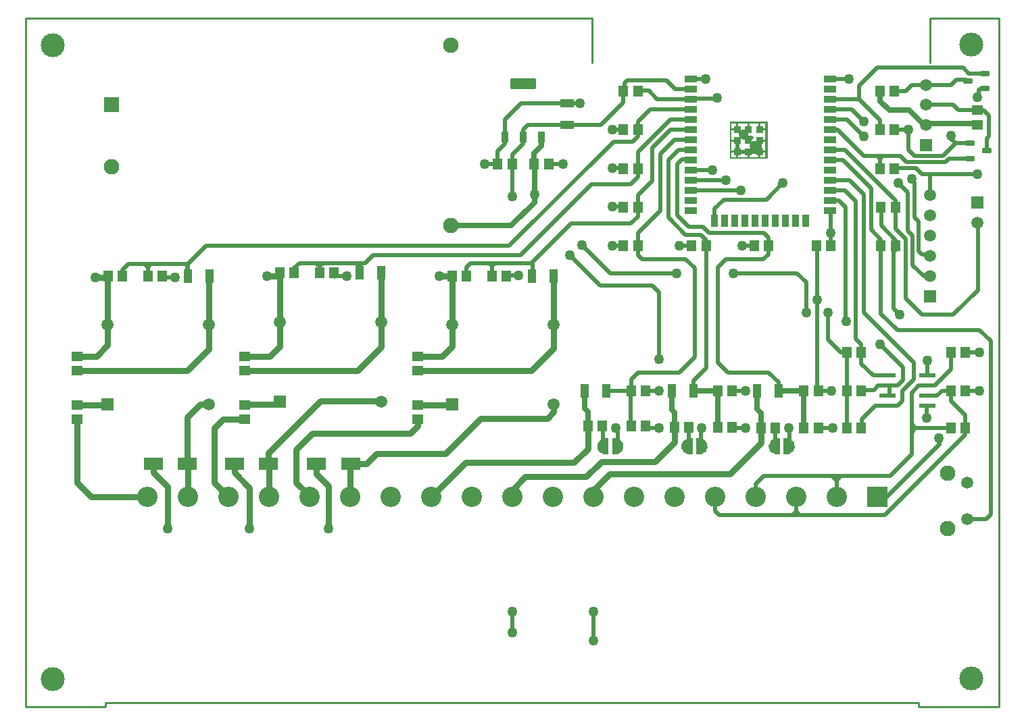
<source format=gtl>
G04*
G04 #@! TF.GenerationSoftware,Altium Limited,Altium Designer,20.0.2 (26)*
G04*
G04 Layer_Physical_Order=1*
G04 Layer_Color=255*
%FSLAX25Y25*%
%MOIN*%
G70*
G01*
G75*
%ADD11C,0.01000*%
%ADD37C,0.03937*%
G04:AMPARAMS|DCode=38|XSize=48.42mil|YSize=23.62mil|CornerRadius=2.95mil|HoleSize=0mil|Usage=FLASHONLY|Rotation=0.000|XOffset=0mil|YOffset=0mil|HoleType=Round|Shape=RoundedRectangle|*
%AMROUNDEDRECTD38*
21,1,0.04842,0.01772,0,0,0.0*
21,1,0.04252,0.02362,0,0,0.0*
1,1,0.00591,0.02126,-0.00886*
1,1,0.00591,-0.02126,-0.00886*
1,1,0.00591,-0.02126,0.00886*
1,1,0.00591,0.02126,0.00886*
%
%ADD38ROUNDEDRECTD38*%
G04:AMPARAMS|DCode=39|XSize=77.56mil|YSize=23.23mil|CornerRadius=2.9mil|HoleSize=0mil|Usage=FLASHONLY|Rotation=0.000|XOffset=0mil|YOffset=0mil|HoleType=Round|Shape=RoundedRectangle|*
%AMROUNDEDRECTD39*
21,1,0.07756,0.01742,0,0,0.0*
21,1,0.07175,0.02323,0,0,0.0*
1,1,0.00581,0.03588,-0.00871*
1,1,0.00581,-0.03588,-0.00871*
1,1,0.00581,-0.03588,0.00871*
1,1,0.00581,0.03588,0.00871*
%
%ADD39ROUNDEDRECTD39*%
%ADD40R,0.03543X0.03543*%
%ADD41R,0.03543X0.05906*%
%ADD42R,0.05906X0.03543*%
%ADD43R,0.06693X0.04331*%
G04:AMPARAMS|DCode=44|XSize=51.58mil|YSize=127.56mil|CornerRadius=3.87mil|HoleSize=0mil|Usage=FLASHONLY|Rotation=90.000|XOffset=0mil|YOffset=0mil|HoleType=Round|Shape=RoundedRectangle|*
%AMROUNDEDRECTD44*
21,1,0.05158,0.11982,0,0,90.0*
21,1,0.04384,0.12756,0,0,90.0*
1,1,0.00774,0.05991,0.02192*
1,1,0.00774,0.05991,-0.02192*
1,1,0.00774,-0.05991,-0.02192*
1,1,0.00774,-0.05991,0.02192*
%
%ADD44ROUNDEDRECTD44*%
G04:AMPARAMS|DCode=45|XSize=51.58mil|YSize=36.61mil|CornerRadius=2.75mil|HoleSize=0mil|Usage=FLASHONLY|Rotation=90.000|XOffset=0mil|YOffset=0mil|HoleType=Round|Shape=RoundedRectangle|*
%AMROUNDEDRECTD45*
21,1,0.05158,0.03112,0,0,90.0*
21,1,0.04608,0.03661,0,0,90.0*
1,1,0.00549,0.01556,0.02304*
1,1,0.00549,0.01556,-0.02304*
1,1,0.00549,-0.01556,-0.02304*
1,1,0.00549,-0.01556,0.02304*
%
%ADD45ROUNDEDRECTD45*%
%ADD46C,0.03000*%
%ADD47R,0.09173X0.06142*%
%ADD48R,0.05512X0.04724*%
%ADD49R,0.04724X0.05512*%
%ADD50R,0.04331X0.06693*%
%ADD51C,0.02000*%
%ADD52C,0.02362*%
%ADD53C,0.02500*%
%ADD54C,0.03150*%
%ADD55C,0.02953*%
%ADD56R,0.01968X0.07874*%
%ADD57R,0.01968X0.03937*%
%ADD58C,0.05937*%
%ADD59R,0.05937X0.05937*%
%ADD60R,0.05906X0.05906*%
%ADD61C,0.05906*%
%ADD62C,0.10039*%
%ADD63R,0.10039X0.10039*%
%ADD64C,0.07677*%
%ADD65R,0.07677X0.07677*%
%ADD66C,0.05898*%
%ADD67C,0.11811*%
%ADD68C,0.05000*%
G36*
X354604Y349800D02*
X354600D01*
X354500Y349900D01*
X354604Y349800D01*
D02*
G37*
G36*
X357200Y347300D02*
X354604Y349800D01*
X359700D01*
X357200Y347300D01*
D02*
G37*
G36*
X288414Y350000D02*
X294500D01*
X291500Y347300D01*
X288414Y350000D01*
X288400D01*
X288300Y350100D01*
X288414Y350000D01*
D02*
G37*
G36*
X272200Y347200D02*
X268500Y350000D01*
X275500Y350000D01*
X272200Y347200D01*
D02*
G37*
G36*
X187500Y346250D02*
X184631Y349600D01*
X190231D01*
X187500Y346250D01*
D02*
G37*
G36*
X503000Y226000D02*
D01*
D02*
G37*
G36*
X507000Y228500D02*
X504000Y226000D01*
X510000D01*
X507000Y228500D01*
D02*
G37*
G36*
X360200Y349800D02*
D01*
D02*
G37*
G36*
X493000Y401500D02*
X474500D01*
Y420000D01*
X493000D01*
Y401500D01*
D02*
G37*
G36*
X527000Y241400D02*
X530600Y245000D01*
X523500D01*
X527000Y241400D01*
D02*
G37*
G36*
X566850Y268600D02*
X564350Y264800D01*
Y272400D01*
X566850Y268600D01*
D02*
G37*
G36*
X548500Y400500D02*
X551600Y402700D01*
X545500D01*
X548500Y400500D01*
D02*
G37*
G36*
X552000Y403500D02*
D01*
D02*
G37*
%LPC*%
G36*
X491827Y418890D02*
X489555D01*
Y416618D01*
X491827D01*
Y418890D01*
D02*
G37*
G36*
X477531D02*
X475260D01*
Y416618D01*
X477531D01*
Y418890D01*
D02*
G37*
G36*
X488555D02*
X484043D01*
Y416118D01*
X483043D01*
Y418890D01*
X478532D01*
Y416118D01*
X478031D01*
Y415618D01*
X475260D01*
Y413346D01*
Y411106D01*
X478031D01*
Y410106D01*
X475260D01*
Y407835D01*
Y405594D01*
X478031D01*
Y405094D01*
X478532D01*
Y402323D01*
X483043D01*
Y405094D01*
X484043D01*
Y402323D01*
X488555D01*
Y405094D01*
X489055D01*
Y405594D01*
X491827D01*
Y407835D01*
Y410106D01*
X489055D01*
Y411106D01*
X491827D01*
Y413346D01*
Y415618D01*
X489055D01*
Y416118D01*
X488555D01*
Y418890D01*
D02*
G37*
G36*
X491827Y404595D02*
X489555D01*
Y402323D01*
X491827D01*
Y404595D01*
D02*
G37*
G36*
X477531D02*
X475260D01*
Y402323D01*
X477531D01*
Y404595D01*
D02*
G37*
%LPD*%
D11*
X127000Y131000D02*
X166500D01*
Y133000D01*
X567500D01*
Y131000D02*
Y133000D01*
Y131000D02*
X607000D01*
X607000Y471000D02*
X607000Y131000D01*
X573000Y471000D02*
X607000D01*
X573000Y449000D02*
Y471000D01*
X406500Y449000D02*
Y471000D01*
X127000D02*
X406500D01*
X127000D02*
X127000Y131000D01*
D37*
X454039Y261430D02*
G03*
X453143Y260994I386J-1930D01*
G01*
D02*
G03*
X454039Y257570I1282J-1494D01*
G01*
X459929D02*
G03*
X460691Y261099I-386J1930D01*
G01*
D02*
G03*
X459929Y261430I-1148J-1599D01*
G01*
X503309Y261314D02*
G03*
X502929Y261430I-765J-1814D01*
G01*
Y257570D02*
G03*
X503309Y261314I-386J1930D01*
G01*
X495457Y259500D02*
G03*
X497039Y257570I1969J0D01*
G01*
X496243Y261074D02*
G03*
X495457Y259500I1182J-1574D01*
G01*
X497039Y261430D02*
G03*
X496243Y261074I386J-1930D01*
G01*
X419000Y261220D02*
G03*
X418429Y261430I-957J-1720D01*
G01*
Y257570D02*
G03*
X419000Y261220I-386J1930D01*
G01*
X411722Y261058D02*
G03*
X412539Y257570I1204J-1558D01*
G01*
Y261430D02*
G03*
X411722Y261058I386J-1930D01*
G01*
D38*
X592827Y409240D02*
D03*
X601173Y405500D02*
D03*
X592827Y401760D02*
D03*
X600173Y436260D02*
D03*
X591827Y440000D02*
D03*
X600173Y443740D02*
D03*
D39*
X552256Y294500D02*
D03*
Y289500D02*
D03*
Y284500D02*
D03*
Y279500D02*
D03*
X571744D02*
D03*
Y284500D02*
D03*
Y289500D02*
D03*
Y294500D02*
D03*
D40*
X489055Y416118D02*
D03*
X483543D02*
D03*
X478031D02*
D03*
Y410606D02*
D03*
Y405094D02*
D03*
X483543D02*
D03*
X489055D02*
D03*
Y410606D02*
D03*
X483543D02*
D03*
D41*
X466949Y371079D02*
D03*
X471949D02*
D03*
X476949D02*
D03*
X481949D02*
D03*
X486949D02*
D03*
X491949D02*
D03*
X496949D02*
D03*
X501949D02*
D03*
X506949D02*
D03*
X511949D02*
D03*
D42*
X523898Y441000D02*
D03*
Y436000D02*
D03*
Y431000D02*
D03*
Y426000D02*
D03*
Y421000D02*
D03*
Y416000D02*
D03*
Y411000D02*
D03*
Y406000D02*
D03*
Y401000D02*
D03*
Y396000D02*
D03*
Y391000D02*
D03*
Y386000D02*
D03*
Y381000D02*
D03*
Y376000D02*
D03*
X455000D02*
D03*
Y381000D02*
D03*
Y386000D02*
D03*
Y391000D02*
D03*
Y396000D02*
D03*
Y401000D02*
D03*
Y406000D02*
D03*
Y411000D02*
D03*
Y416000D02*
D03*
Y421000D02*
D03*
Y426000D02*
D03*
Y431000D02*
D03*
Y436000D02*
D03*
Y441000D02*
D03*
D43*
X394000Y418185D02*
D03*
Y428815D02*
D03*
D44*
X372500Y438580D02*
D03*
D45*
X381516Y412241D02*
D03*
X372500D02*
D03*
X363484D02*
D03*
D46*
X453400Y259500D02*
D03*
X460500D02*
D03*
X503500D02*
D03*
X496400D02*
D03*
X419000D02*
D03*
X411900D02*
D03*
D47*
X270575Y251000D02*
D03*
X287425D02*
D03*
X206925D02*
D03*
X190075D02*
D03*
X246925D02*
D03*
X230075D02*
D03*
D48*
X596500Y418457D02*
D03*
Y425543D02*
D03*
X152500Y296957D02*
D03*
Y304043D02*
D03*
Y280043D02*
D03*
Y272957D02*
D03*
X320500Y280043D02*
D03*
Y272957D02*
D03*
X320500Y296957D02*
D03*
Y304043D02*
D03*
X235000Y296957D02*
D03*
Y304043D02*
D03*
X235000Y280043D02*
D03*
Y272957D02*
D03*
D49*
X548457Y396750D02*
D03*
X555543D02*
D03*
X421957Y435000D02*
D03*
X429043D02*
D03*
X556043Y377625D02*
D03*
X548957D02*
D03*
X556043Y358500D02*
D03*
X548957D02*
D03*
X555543Y415875D02*
D03*
X548457D02*
D03*
X548457Y435000D02*
D03*
X555543D02*
D03*
X517065Y358500D02*
D03*
X524152D02*
D03*
X429043Y358500D02*
D03*
X421957D02*
D03*
X462722D02*
D03*
X455635D02*
D03*
X493437D02*
D03*
X486350D02*
D03*
X429043Y377625D02*
D03*
X421957D02*
D03*
X429043Y415875D02*
D03*
X421957D02*
D03*
X385043Y399000D02*
D03*
X377957D02*
D03*
X359957Y399000D02*
D03*
X367043D02*
D03*
X468357Y269013D02*
D03*
X475443D02*
D03*
X518043Y287000D02*
D03*
X510957D02*
D03*
X432843D02*
D03*
X425757D02*
D03*
X510957Y268513D02*
D03*
X518043D02*
D03*
X489657D02*
D03*
X496743D02*
D03*
X475443Y287000D02*
D03*
X468357D02*
D03*
X454143Y269013D02*
D03*
X447057D02*
D03*
X425757Y269513D02*
D03*
X432843D02*
D03*
X404457D02*
D03*
X411543D02*
D03*
X364256Y343500D02*
D03*
X357169D02*
D03*
X344543D02*
D03*
X337457D02*
D03*
X429043Y396750D02*
D03*
X421957D02*
D03*
X532082Y306000D02*
D03*
X539168D02*
D03*
X532082Y287000D02*
D03*
X539168D02*
D03*
X532082Y268500D02*
D03*
X539168D02*
D03*
X583500Y306000D02*
D03*
X590587D02*
D03*
X590587Y287000D02*
D03*
X583500D02*
D03*
Y268500D02*
D03*
X590587D02*
D03*
X279256Y345152D02*
D03*
X272169D02*
D03*
X259543D02*
D03*
X252457D02*
D03*
X194587Y343652D02*
D03*
X187500D02*
D03*
X167787D02*
D03*
X174874D02*
D03*
D50*
X413315Y287000D02*
D03*
X402685D02*
D03*
X456545D02*
D03*
X445915D02*
D03*
X498315D02*
D03*
X487685D02*
D03*
X376685Y343500D02*
D03*
X387315D02*
D03*
X291685Y345152D02*
D03*
X302315D02*
D03*
X207016Y343652D02*
D03*
X217646D02*
D03*
D51*
X481000Y412000D02*
X485250D01*
X489055Y405094D02*
Y410606D01*
X483543Y405094D02*
X489055D01*
X590587Y307000D02*
X591587Y306000D01*
X550868Y225500D02*
X590587Y265219D01*
X564100Y268500D02*
X583500D01*
X564000Y268600D02*
X564100Y268500D01*
X564000Y268600D02*
Y286000D01*
Y255500D02*
Y268600D01*
X553500Y245000D02*
X564000Y255500D01*
X527000Y245000D02*
X553500D01*
X591500Y223642D02*
X600642D01*
X597500Y317000D02*
X603000Y311500D01*
Y226000D02*
Y311500D01*
X600642Y223642D02*
X603000Y226000D01*
X597500Y287000D02*
X597500Y287000D01*
X590587Y287000D02*
X597500D01*
X596753Y336753D02*
Y370747D01*
X584500Y324500D02*
X596753Y336753D01*
X517500Y332000D02*
Y337000D01*
Y289543D02*
Y332000D01*
X596337Y432163D02*
X597074Y432901D01*
X555000Y355543D02*
X557000Y357543D01*
X517000Y357565D02*
X517500Y358065D01*
X517000Y288043D02*
X517500Y288543D01*
X555000Y327500D02*
Y355543D01*
Y327500D02*
X558000Y324500D01*
X556043Y358500D02*
X557000Y357543D01*
X532269Y287937D02*
Y306813D01*
Y268688D02*
Y287562D01*
Y268688D02*
X532457Y268500D01*
X447000Y345000D02*
X448000Y346000D01*
X556043Y358500D02*
Y361457D01*
X549000Y368500D02*
X556043Y361457D01*
X549000Y368500D02*
Y377582D01*
X548957Y358500D02*
Y361543D01*
X544000Y366500D02*
X548957Y361543D01*
X544000Y366500D02*
Y387000D01*
X592260Y443740D02*
X600173D01*
X597508Y436079D02*
X599992D01*
X597074Y432901D02*
Y435645D01*
X597508Y436079D01*
X599992D02*
X600173Y436260D01*
X601173Y405500D02*
Y411673D01*
X602000Y412500D01*
X587000Y425500D02*
X599500D01*
X602000Y423000D01*
Y412500D02*
Y423000D01*
X583574Y411426D02*
Y412959D01*
X583430Y413103D02*
X583574Y412959D01*
Y411426D02*
X585760Y409240D01*
X586000Y440500D02*
X590827D01*
X583500Y438000D02*
X586000Y440500D01*
X571000Y438000D02*
X583500D01*
X564000D02*
X571000D01*
X561000Y435000D02*
X564000Y438000D01*
X540500Y403000D02*
X549240D01*
X527500Y416000D02*
X540500Y403000D01*
X523898Y416000D02*
X527500D01*
X573000Y394000D02*
X596500D01*
X569000D02*
X573000D01*
Y383500D02*
Y394000D01*
X524025Y358627D02*
Y375873D01*
X567500Y356000D02*
X569253Y354247D01*
X567500Y356000D02*
Y370500D01*
X565500Y372500D02*
X567500Y370500D01*
X569253Y354247D02*
X572253D01*
X573000Y353500D01*
X562000Y366000D02*
X564500Y363500D01*
Y349000D02*
Y363500D01*
Y349000D02*
X570000Y343500D01*
X556043Y366957D02*
X561000Y362000D01*
Y332500D02*
Y362000D01*
Y332500D02*
X569000Y324500D01*
X570000Y343500D02*
X573000D01*
X569000Y324500D02*
X584500D01*
X566000Y397000D02*
X569000Y394000D01*
X555793Y397000D02*
X566000D01*
X548457Y402216D02*
X549240Y403000D01*
X558500D02*
X561500Y400000D01*
X549240Y403000D02*
X558500D01*
X561500Y400000D02*
X580762D01*
X582522Y401760D01*
X591942D01*
X565500Y403000D02*
X579520D01*
X562437Y406063D02*
X565500Y403000D01*
X562437Y406063D02*
Y415938D01*
X579520Y403000D02*
X585760Y409240D01*
X555543Y396750D02*
X555793Y397000D01*
X564000Y391500D02*
X565500Y390000D01*
X585760Y409240D02*
X591942D01*
X584342Y428158D02*
X587000Y425500D01*
X571000Y428158D02*
X584342D01*
X417000Y410000D02*
X426500D01*
X365500Y358500D02*
X417000Y410000D01*
X216016Y358500D02*
X365500D01*
X291500Y343685D02*
Y348828D01*
X272169Y345152D02*
Y349831D01*
Y343500D02*
Y345152D01*
X259543D02*
Y347543D01*
Y343500D02*
Y345152D01*
X406000Y389000D02*
X425500D01*
X371000Y354000D02*
X406000Y389000D01*
X298500Y354000D02*
X371000D01*
X596337Y432163D02*
X596500Y432000D01*
X589500Y446500D02*
X592260Y443740D01*
X547000Y446500D02*
X589500D01*
X555500Y396793D02*
X555543Y396750D01*
X548457D02*
Y402216D01*
X538000Y437500D02*
X547000Y446500D01*
X538000Y431000D02*
Y437500D01*
X481248Y412248D02*
Y413618D01*
X478031Y405094D02*
X483543D01*
X478031D02*
Y410606D01*
X557500Y389500D02*
X562000Y385000D01*
Y366000D02*
Y385000D01*
X565500Y372500D02*
Y390000D01*
X555543Y415875D02*
X555575Y415906D01*
X562406D01*
X562437Y415938D01*
X548457Y415481D02*
Y415875D01*
X555543Y435000D02*
X561000D01*
X523898Y431000D02*
X538000D01*
X548457Y420543D01*
X532000Y421000D02*
X540500Y412500D01*
X523898Y421000D02*
X532000D01*
X534500Y426000D02*
X540500Y420000D01*
X523898Y426000D02*
X534500D01*
X548457Y415875D02*
Y420543D01*
X556043Y377625D02*
Y380957D01*
X531000Y406000D02*
X556043Y380957D01*
X523898Y406000D02*
X531000D01*
X530000Y401000D02*
X544000Y387000D01*
X523898Y401000D02*
X530000D01*
X533500Y391000D02*
X540500Y384000D01*
Y325500D02*
Y384000D01*
Y325500D02*
X565000Y301000D01*
X531000Y386000D02*
X536500Y380500D01*
Y312640D02*
Y380500D01*
Y312640D02*
X539168Y309972D01*
X531500Y321500D02*
X531750Y321250D01*
X556043Y366957D02*
Y377625D01*
X548957D02*
X549000Y377582D01*
X548957Y325043D02*
Y358500D01*
Y325043D02*
X557000Y317000D01*
X523898Y391000D02*
X533500D01*
X539168Y306000D02*
Y309972D01*
Y300332D02*
Y306000D01*
Y300332D02*
X545000Y294500D01*
X523898Y386000D02*
X531000D01*
X425457Y287000D02*
X425607Y286850D01*
Y268650D02*
Y286850D01*
X429043Y365043D02*
X440000Y376000D01*
X429043Y358500D02*
Y365043D01*
X435000Y426000D02*
X455000D01*
X429043Y420043D02*
X435000Y426000D01*
X429043Y415875D02*
Y420043D01*
X438500Y431000D02*
X455000D01*
X434309Y435191D02*
X438500Y431000D01*
X429234Y435191D02*
X434309D01*
X583500Y287750D02*
X584250Y287000D01*
X590587Y265219D02*
Y268500D01*
X507000Y225500D02*
X550868D01*
X455000Y441000D02*
X462500D01*
X523898D02*
X533000D01*
X553256Y284500D02*
Y289500D01*
X538834Y287416D02*
X545416D01*
X531500Y321500D02*
Y377500D01*
X528000Y381000D02*
X531500Y377500D01*
X523898Y381000D02*
X528000D01*
X524025Y358627D02*
X524152Y358500D01*
X523898Y376000D02*
X524025Y375873D01*
X423882Y440382D02*
X443000D01*
X447382Y436000D02*
X455000D01*
X443000Y440382D02*
X447382Y436000D01*
X455000Y431000D02*
X455250Y431250D01*
X467750D01*
X468000Y431500D01*
X445000Y421000D02*
X455000D01*
X429043Y405043D02*
X445000Y421000D01*
Y416000D02*
X455000D01*
X436000Y407000D02*
X445000Y416000D01*
X440000Y376000D02*
Y404000D01*
X447000Y411000D02*
X455000D01*
X440000Y404000D02*
X447000Y411000D01*
X444000Y372500D02*
Y401000D01*
X449000Y406000D02*
X455000D01*
X444000Y401000D02*
X449000Y406000D01*
X450875Y401375D02*
X452563D01*
X448500Y399000D02*
X450875Y401375D01*
X448500Y373500D02*
Y399000D01*
X471382Y381382D02*
X492382D01*
X466949Y376949D02*
X471382Y381382D01*
X466949Y371079D02*
Y376949D01*
X464000Y365000D02*
X491000D01*
X461000Y368000D02*
X464000Y365000D01*
X454000Y368000D02*
X461000D01*
X462722Y358500D02*
Y361278D01*
X460000Y364000D02*
X462722Y361278D01*
X452500Y364000D02*
X460000D01*
X492382Y381382D02*
X500500Y389500D01*
X455945Y385882D02*
X479882D01*
X455445Y390882D02*
X472618D01*
X455445Y395882D02*
X465882D01*
X407000Y163500D02*
Y178000D01*
X367000Y167500D02*
Y178000D01*
X524500Y287000D02*
X524500Y287000D01*
X439500Y302500D02*
Y335500D01*
X444000Y372500D02*
X452500Y364000D01*
X491000Y365000D02*
X493500Y362500D01*
X448500Y373500D02*
X454000Y368000D01*
X493500Y358563D02*
Y362500D01*
X583500Y287000D02*
X584250D01*
X583500D02*
Y287000D01*
Y282000D02*
Y287000D01*
X590587Y268500D02*
Y274913D01*
X583500Y282000D02*
X590587Y274913D01*
X559972Y292472D02*
Y298528D01*
X557000Y289500D02*
X559972Y292472D01*
X553256Y289500D02*
X557000D01*
X565000Y292500D02*
Y301000D01*
X559500Y287000D02*
X565000Y292500D01*
X559500Y282000D02*
Y287000D01*
X567500Y289500D02*
X571744D01*
X564000Y286000D02*
X567500Y289500D01*
X552256D02*
X553256D01*
X548500Y310000D02*
X559972Y298528D01*
X557000Y279500D02*
X559500Y282000D01*
X583500Y306000D02*
Y307000D01*
Y297500D02*
Y306000D01*
X507000Y225500D02*
Y234500D01*
X469000Y225500D02*
X507000D01*
X467000Y227500D02*
X469000Y225500D01*
X376500Y350000D02*
X396000Y369500D01*
X207016Y349500D02*
X216016Y358500D01*
X294500Y350000D02*
X298500Y354000D01*
X207016Y343652D02*
Y349500D01*
Y343000D02*
Y343652D01*
X187500D02*
Y349500D01*
Y343000D02*
Y343652D01*
X174874D02*
Y346543D01*
Y343000D02*
Y343652D01*
X279506Y343750D02*
X285356D01*
X285500Y343606D01*
X200778Y343053D02*
X200831Y343106D01*
Y342712D02*
Y343106D01*
X206685Y349169D02*
X207016Y349500D01*
X206685Y345500D02*
Y349169D01*
X177831Y349500D02*
X187500D01*
X174874Y346543D02*
X177831Y349500D01*
X187500D02*
X207016D01*
X552256Y279500D02*
X557000D01*
X503809Y261814D02*
Y268191D01*
Y260191D02*
Y261814D01*
X503500Y268500D02*
X503809Y268191D01*
Y260191D02*
X504000Y260000D01*
X495957D02*
X496743Y260787D01*
Y261574D02*
Y268500D01*
Y260787D02*
Y261574D01*
X460191Y260191D02*
Y268191D01*
X460000Y260000D02*
X460191Y260191D01*
Y268191D02*
X460500Y268500D01*
X454143Y268500D02*
Y269013D01*
Y261994D02*
Y268500D01*
Y260757D02*
Y261994D01*
Y260757D02*
X454400Y260500D01*
X419000Y262220D02*
Y266688D01*
Y260500D02*
Y262220D01*
X418000Y267688D02*
Y268500D01*
Y267688D02*
X419000Y266688D01*
X411543Y268500D02*
X411722D01*
Y269335D01*
Y262058D02*
Y268500D01*
Y260678D02*
Y262058D01*
Y260678D02*
X411900Y260500D01*
X411543Y269513D02*
X411722Y269335D01*
X432843Y268500D02*
X439500D01*
X422500Y439000D02*
X423882Y440382D01*
X436000Y339000D02*
X439500Y335500D01*
X410500Y339000D02*
X436000D01*
X395500Y354000D02*
X410500Y339000D01*
X557000Y317000D02*
X597500D01*
X493437Y358500D02*
X493500Y358563D01*
X449500Y358500D02*
X455635D01*
X436000Y390500D02*
Y407000D01*
X429043Y383543D02*
X436000Y390500D01*
X429000Y392500D02*
Y396707D01*
X429043Y396750D01*
X425500Y389000D02*
X429000Y392500D01*
X410685Y418185D02*
X421957Y429457D01*
X394000Y418185D02*
X410685D01*
X400408Y428907D02*
X400500Y429000D01*
X394092Y428907D02*
X400408D01*
X394000Y428815D02*
X394092Y428907D01*
X364756Y344000D02*
X370000D01*
X377000Y343815D02*
Y350000D01*
X376685Y343500D02*
X377000Y343815D01*
X364256Y343500D02*
X364756Y344000D01*
X279256Y343500D02*
X279506Y343750D01*
X194459Y342872D02*
X194640Y343053D01*
X200778D01*
X522750Y312250D02*
X529000Y306000D01*
X522750Y312250D02*
Y325750D01*
X512000Y326500D02*
Y340500D01*
X507500Y345000D02*
X512000Y340500D01*
X415500Y345000D02*
X447000D01*
X401500Y359000D02*
X415500Y345000D01*
X476000D02*
X507500D01*
X457000Y303500D02*
Y347500D01*
X449543Y296043D02*
X457000Y303500D01*
X452500Y352000D02*
X457000Y347500D01*
X468500Y301000D02*
Y348000D01*
X462722Y298222D02*
Y358500D01*
X472437Y351937D02*
X490937D01*
X468500Y348000D02*
X472437Y351937D01*
X480500Y358500D02*
X486350D01*
X493437Y354437D02*
Y358500D01*
X490937Y351937D02*
X493437Y354437D01*
X468500Y301000D02*
X473500Y296000D01*
X431000Y352000D02*
X452500D01*
X473500Y296000D02*
X493500D01*
X429043Y353957D02*
X431000Y352000D01*
X429043Y353957D02*
Y358500D01*
Y296043D02*
X449543D01*
X425757Y292757D02*
X429043Y296043D01*
X425757Y287000D02*
Y292757D01*
X377957Y399000D02*
X377978Y398978D01*
X367022Y383022D02*
Y398978D01*
X467000Y227500D02*
Y234500D01*
X481000Y412000D02*
X481248Y412248D01*
X529000Y306000D02*
X532082D01*
X571744Y294500D02*
X571750Y294506D01*
Y302000D01*
X517000Y289043D02*
X517500Y289543D01*
Y337000D02*
Y357065D01*
X517000Y357565D02*
X517500Y357065D01*
X517000Y289043D02*
X517500Y288543D01*
X517065Y358500D02*
X517500Y358065D01*
X517000Y288043D02*
X518043Y287000D01*
X579000Y287000D02*
X583500D01*
X576500Y284500D02*
X579000Y287000D01*
X575500Y289500D02*
X583500Y297500D01*
X524152Y358500D02*
X524326Y358326D01*
X591587Y306000D02*
X597500D01*
X583500Y287000D02*
Y287750D01*
X545416Y287416D02*
X547500Y289500D01*
X518043Y287000D02*
X524500D01*
X475443D02*
X482000D01*
X482000Y287000D01*
X456545Y292045D02*
X462722Y298222D01*
X456545Y287000D02*
Y292045D01*
X432843Y287000D02*
X439500D01*
X439500Y287000D01*
X571661Y279500D02*
X571744D01*
X571500Y279339D02*
X571661Y279500D01*
X571500Y273500D02*
Y279339D01*
X539543Y273043D02*
X546000Y279500D01*
X539543Y268875D02*
Y273043D01*
X539168Y268500D02*
X539543Y268875D01*
X546000Y279500D02*
X552256D01*
X532082Y287750D02*
X532269Y287937D01*
X532082Y287750D02*
X532269Y287562D01*
X422500Y435149D02*
Y439000D01*
X421957Y429457D02*
Y435000D01*
X364256Y343500D02*
X364378Y343378D01*
X279256Y343500D02*
X279378Y343378D01*
X367022Y398978D02*
X367043Y399000D01*
X367000Y383000D02*
X367022Y383022D01*
X525000Y268500D02*
X525000Y268500D01*
X518043Y268500D02*
X525000D01*
X518043Y268500D02*
X518043Y268500D01*
X496743Y268500D02*
X496743Y268500D01*
X482000D02*
X482000Y268500D01*
X475443Y268500D02*
X482000D01*
X475443Y268500D02*
X475443Y268500D01*
X454143Y268500D02*
X454143Y268500D01*
X439500Y268500D02*
X439500Y268500D01*
X432843Y268500D02*
X432843Y268500D01*
X411543Y268500D02*
X411543Y268500D01*
X547500Y289500D02*
X552256D01*
X545000Y294500D02*
X552256D01*
X553256D01*
X498315Y287000D02*
Y291185D01*
X493500Y296000D02*
X498315Y291185D01*
X429043Y373043D02*
Y377625D01*
X425500Y369500D02*
X429043Y373043D01*
X396000Y369500D02*
X425500D01*
X346500Y350000D02*
X377000D01*
X426500Y410000D02*
X429043Y412543D01*
Y415875D01*
X392000Y399000D02*
X392000Y399000D01*
X385043Y399000D02*
X392000D01*
X363484Y408984D02*
Y412241D01*
X359957Y405457D02*
X363484Y408984D01*
X359957Y399000D02*
Y405457D01*
X353500Y399000D02*
X359957D01*
X359957Y399000D01*
X486350Y358500D02*
X486350Y358500D01*
X455635Y358500D02*
X455635Y358500D01*
X421957Y358500D02*
X421957Y358500D01*
X416500Y358500D02*
X421957D01*
X421769Y377813D02*
X421957Y377625D01*
X416687Y377813D02*
X421769D01*
X416500Y378000D02*
X416687Y377813D01*
X421832Y396875D02*
X421957Y396750D01*
X416625Y396875D02*
X421832D01*
X416500Y397000D02*
X416625Y396875D01*
X421894Y415938D02*
X421957Y415875D01*
X416563Y415938D02*
X421894D01*
X416500Y416000D02*
X416563Y415938D01*
X344543Y348043D02*
X346500Y350000D01*
X344543Y343500D02*
Y348043D01*
X262000Y350000D02*
X272000D01*
X259543Y347543D02*
X262000Y350000D01*
X357169Y343500D02*
Y349331D01*
X272000Y350000D02*
X294500D01*
X291500Y343685D02*
X291685Y343500D01*
X272000Y350000D02*
X272169Y349831D01*
X429043Y377625D02*
Y383543D01*
Y396750D02*
Y405043D01*
Y435000D02*
X429234Y435191D01*
X371315Y428815D02*
X394000D01*
X363484Y420984D02*
X371315Y428815D01*
X363484Y412241D02*
Y420984D01*
X374685Y418185D02*
X394000D01*
X372500Y416000D02*
X374685Y418185D01*
X372500Y412241D02*
Y416000D01*
Y409000D02*
Y412241D01*
X367043Y403543D02*
X372500Y409000D01*
X367043Y399000D02*
Y403543D01*
X491000Y245000D02*
X527000D01*
Y234500D02*
Y245000D01*
X487000Y241000D02*
X491000Y245000D01*
X487000Y234500D02*
Y241000D01*
X413315Y287000D02*
X413315Y287000D01*
X425457D01*
X571744Y289500D02*
X575500D01*
X572744Y284500D02*
X576500D01*
D52*
X577600Y260484D02*
Y263600D01*
X551616Y234500D02*
X577600Y260484D01*
X547000Y234500D02*
X551616D01*
D53*
X377978Y379978D02*
Y398978D01*
X336661Y368500D02*
X366500D01*
X571642Y418957D02*
X595500D01*
X571000Y418315D02*
X571642Y418957D01*
X562885Y425500D02*
X570070Y418315D01*
X553000Y425500D02*
X562885D01*
X548457Y430043D02*
X553000Y425500D01*
X570070Y418315D02*
X571000D01*
X366500Y368500D02*
X377978Y379978D01*
X548457Y430043D02*
Y435000D01*
X468357Y269013D02*
Y287000D01*
Y268500D02*
Y269013D01*
X510957Y268513D02*
Y287000D01*
Y268500D02*
Y268513D01*
X489657D02*
Y275843D01*
Y268500D02*
Y268513D01*
X447057Y269013D02*
Y276443D01*
Y268500D02*
Y269013D01*
X381500Y408000D02*
Y412225D01*
X377957Y404457D02*
X381500Y408000D01*
X377957Y399000D02*
Y404457D01*
X381500Y412225D02*
X381516Y412241D01*
X445915Y277585D02*
X447057Y276443D01*
X402685Y278315D02*
Y287000D01*
Y278315D02*
X404457Y276543D01*
Y268500D02*
Y276543D01*
X487685Y277815D02*
Y287000D01*
Y277815D02*
X489657Y275843D01*
X498315Y287000D02*
X498315Y287000D01*
X510957D01*
X456545D02*
X468357D01*
X456545Y287000D02*
X456545Y287000D01*
X445915Y277585D02*
Y287000D01*
D54*
X270500Y246000D02*
X276500Y240000D01*
Y220500D02*
Y240000D01*
X387500Y276500D02*
Y280151D01*
X384315Y273315D02*
X387500Y276500D01*
X351315Y273315D02*
X384315D01*
X334000Y256000D02*
X351315Y273315D01*
X270500Y246000D02*
Y250925D01*
X270575Y251000D01*
X230000Y246500D02*
X237500Y239000D01*
Y219000D02*
Y239000D01*
X230000Y246500D02*
Y250925D01*
X230075Y251000D01*
X197000Y219500D02*
Y239500D01*
X190000Y246500D02*
X197000Y239500D01*
X190000Y246500D02*
Y250925D01*
X190075Y251000D01*
X268500Y266000D02*
X288913D01*
X288957Y265957D01*
X260500Y241780D02*
Y258000D01*
X268500Y266000D01*
X267000Y234500D02*
Y235280D01*
X260500Y241780D02*
X267000Y235280D01*
X300000Y256000D02*
X334000D01*
X295000Y251000D02*
X300000Y256000D01*
X287425Y251000D02*
X295000D01*
X287000Y250575D02*
X287425Y251000D01*
X287000Y234500D02*
Y250575D01*
X300651Y282000D02*
X302500Y280151D01*
X272500Y282000D02*
X300651D01*
X246925Y256425D02*
X272500Y282000D01*
X246925Y251000D02*
Y256425D01*
Y251000D02*
X247000Y250925D01*
X320500Y269500D02*
Y272957D01*
X316957Y265957D02*
X320500Y269500D01*
X288957Y265957D02*
X316957D01*
X337446Y280097D02*
X337500Y280151D01*
X320554Y280097D02*
X337446D01*
X320500Y280043D02*
X320554Y280097D01*
X238151Y280151D02*
X252500D01*
X302408Y343408D02*
Y343500D01*
Y312778D02*
Y343408D01*
X217407Y312278D02*
Y343652D01*
X337457Y343500D02*
X337457Y343500D01*
X331000Y343500D02*
X337457D01*
X252457D02*
X252457Y343500D01*
X246000Y343500D02*
X252457D01*
X167787Y343000D02*
X167787Y343000D01*
X161331Y343000D02*
X167787D01*
X404457Y258457D02*
Y268500D01*
X397500Y251500D02*
X404457Y258457D01*
X344000Y251500D02*
X397500D01*
X327000Y234500D02*
X344000Y251500D01*
X247000Y234500D02*
Y250925D01*
X425607Y268650D02*
X425757Y268500D01*
X337478Y312707D02*
X337500Y312685D01*
X337478Y312707D02*
Y343500D01*
X337457Y343500D02*
X337478Y343478D01*
X252478Y312707D02*
X252500Y312685D01*
X252478Y312707D02*
Y343478D01*
X252457Y343500D02*
X252478Y343478D01*
X167478Y312207D02*
X167500Y312185D01*
X167478Y312207D02*
Y342978D01*
X167787Y343000D02*
X167809Y342978D01*
X387407Y312778D02*
X387500Y312685D01*
X387407Y312778D02*
Y343408D01*
X387315Y343500D02*
X387407Y343408D01*
X302408Y312778D02*
X302500Y312685D01*
X302315Y343500D02*
X302408Y343408D01*
X217407Y312278D02*
X217500Y312185D01*
X217646Y343000D02*
X217738Y342908D01*
X337500Y309000D02*
Y312685D01*
X332543Y304043D02*
X337500Y309000D01*
X320500Y304043D02*
X332543D01*
X252500Y309000D02*
Y312685D01*
X247543Y304043D02*
X252500Y309000D01*
X235000Y304043D02*
X247543D01*
X167500Y309500D02*
Y312185D01*
X162043Y304043D02*
X167500Y309500D01*
X152500Y304043D02*
X162043D01*
X387500Y308000D02*
Y312685D01*
X376457Y296957D02*
X387500Y308000D01*
X320500Y296957D02*
X376457D01*
X302500Y308500D02*
Y312685D01*
X290957Y296957D02*
X302500Y308500D01*
X235000Y296957D02*
X290957D01*
X217500Y307500D02*
Y312185D01*
X206957Y296957D02*
X217500Y307500D01*
X152500Y296957D02*
X206957D01*
X287000Y234500D02*
X287484Y234984D01*
D55*
X159500Y234500D02*
X187000D01*
X207000D02*
Y250925D01*
X220000Y241500D02*
X227000Y234500D01*
X220000Y241500D02*
Y268500D01*
X213151Y280151D02*
X217500D01*
X206925Y273925D02*
X213151Y280151D01*
X206925Y251000D02*
Y273925D01*
Y251000D02*
X207000Y250925D01*
X224457Y272957D02*
X235000D01*
X220000Y268500D02*
X224457Y272957D01*
X152500Y280043D02*
X152554Y280097D01*
X167446D01*
X167500Y280151D01*
X152500Y241500D02*
Y272957D01*
Y241500D02*
X159500Y234500D01*
X437500Y252000D02*
X447057Y261557D01*
X411000Y252000D02*
X437500D01*
X403500Y244500D02*
X411000Y252000D01*
X373500Y244500D02*
X403500D01*
X474500Y246000D02*
X489657Y261157D01*
X415000Y246000D02*
X474500D01*
X407000Y238000D02*
X415000Y246000D01*
X407000Y234500D02*
Y238000D01*
X367000D02*
X373500Y244500D01*
X367000Y234500D02*
Y238000D01*
X207000Y234500D02*
X207500Y235000D01*
X489657Y261157D02*
Y268500D01*
X447057Y261557D02*
Y268500D01*
D56*
X455016Y259500D02*
D03*
X458953Y259500D02*
D03*
X501953D02*
D03*
X498016Y259500D02*
D03*
X417453Y259500D02*
D03*
X413516Y259500D02*
D03*
D57*
X453047Y259500D02*
D03*
X460921D02*
D03*
X503921D02*
D03*
X496047D02*
D03*
X419421D02*
D03*
X411547D02*
D03*
D58*
X571000Y428158D02*
D03*
Y438000D02*
D03*
Y418315D02*
D03*
X217500Y319521D02*
D03*
Y280151D02*
D03*
X167500Y319521D02*
D03*
X387500D02*
D03*
Y280151D02*
D03*
X337500Y319521D02*
D03*
X302500Y321021D02*
D03*
Y281651D02*
D03*
X252500Y321021D02*
D03*
D59*
X571000Y408472D02*
D03*
X167500Y280151D02*
D03*
X337500D02*
D03*
X252500Y281651D02*
D03*
D60*
X573000Y333500D02*
D03*
X596500Y380000D02*
D03*
D61*
X573000Y343500D02*
D03*
Y353500D02*
D03*
Y363500D02*
D03*
Y373500D02*
D03*
Y383500D02*
D03*
X596500Y370000D02*
D03*
D62*
X187000Y234500D02*
D03*
X207000D02*
D03*
X227000D02*
D03*
X247000D02*
D03*
X267000D02*
D03*
X287000D02*
D03*
X307000D02*
D03*
X327000D02*
D03*
X347000D02*
D03*
X367000D02*
D03*
X387000D02*
D03*
X407000D02*
D03*
X427000D02*
D03*
X447000D02*
D03*
X467000D02*
D03*
X487000D02*
D03*
X507000D02*
D03*
X527000D02*
D03*
D63*
X547000D02*
D03*
D64*
X336661Y368512D02*
D03*
Y457488D02*
D03*
X169339Y397646D02*
D03*
X581697Y218843D02*
D03*
Y246441D02*
D03*
D65*
X169339Y428354D02*
D03*
D66*
X591500Y241500D02*
D03*
Y223783D02*
D03*
D67*
X593500Y145000D02*
D03*
Y458000D02*
D03*
X140500Y457500D02*
D03*
Y144500D02*
D03*
D68*
X577600Y263600D02*
D03*
X597500Y287000D02*
D03*
X517500Y332000D02*
D03*
X558000Y324500D02*
D03*
X583430Y413103D02*
D03*
X596500Y394000D02*
D03*
X564000Y391500D02*
D03*
X596500Y432000D02*
D03*
X486500Y408000D02*
D03*
X481248Y413618D02*
D03*
X557500Y389500D02*
D03*
X540500Y420000D02*
D03*
Y412500D02*
D03*
X531750Y321250D02*
D03*
X524000Y365000D02*
D03*
X462500Y441000D02*
D03*
X533000D02*
D03*
X468000Y431500D02*
D03*
X500500Y389500D02*
D03*
X479882Y385882D02*
D03*
X472618Y390882D02*
D03*
X465882Y395882D02*
D03*
X407000Y178000D02*
D03*
X367000D02*
D03*
X407000Y163500D02*
D03*
X367000Y167500D02*
D03*
X524500Y287000D02*
D03*
X439500Y302500D02*
D03*
X548500Y310000D02*
D03*
X276500Y219000D02*
D03*
X237500D02*
D03*
X197000D02*
D03*
X285500Y343606D02*
D03*
X200831Y343106D02*
D03*
X503500Y268500D02*
D03*
X460500D02*
D03*
X418000D02*
D03*
X400500Y429000D02*
D03*
X331000Y343500D02*
D03*
X246000D02*
D03*
X161331Y343000D02*
D03*
X370000Y344000D02*
D03*
X522750Y325750D02*
D03*
X512000D02*
D03*
X476000Y345000D02*
D03*
X448000D02*
D03*
X395500Y354000D02*
D03*
X401500Y359000D02*
D03*
X480500Y358500D02*
D03*
X571750Y302000D02*
D03*
X562437Y415938D02*
D03*
X378000Y384000D02*
D03*
X597500Y306000D02*
D03*
X482000Y287000D02*
D03*
X439500D02*
D03*
X571500Y273500D02*
D03*
X367000Y383000D02*
D03*
X525000Y268500D02*
D03*
X482000D02*
D03*
X439500D02*
D03*
X392000Y399000D02*
D03*
X353500D02*
D03*
X449500Y358500D02*
D03*
X416500D02*
D03*
Y378000D02*
D03*
Y397000D02*
D03*
Y416000D02*
D03*
M02*

</source>
